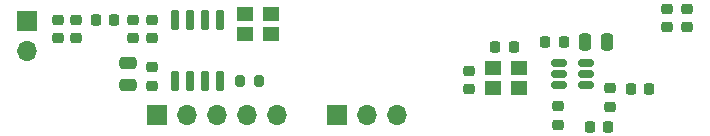
<source format=gbr>
%TF.GenerationSoftware,KiCad,Pcbnew,8.0.0-1.fc39*%
%TF.CreationDate,2024-05-22T19:24:41+02:00*%
%TF.ProjectId,radio433,72616469-6f34-4333-932e-6b696361645f,rev?*%
%TF.SameCoordinates,Original*%
%TF.FileFunction,Soldermask,Top*%
%TF.FilePolarity,Negative*%
%FSLAX46Y46*%
G04 Gerber Fmt 4.6, Leading zero omitted, Abs format (unit mm)*
G04 Created by KiCad (PCBNEW 8.0.0-1.fc39) date 2024-05-22 19:24:41*
%MOMM*%
%LPD*%
G01*
G04 APERTURE LIST*
G04 Aperture macros list*
%AMRoundRect*
0 Rectangle with rounded corners*
0 $1 Rounding radius*
0 $2 $3 $4 $5 $6 $7 $8 $9 X,Y pos of 4 corners*
0 Add a 4 corners polygon primitive as box body*
4,1,4,$2,$3,$4,$5,$6,$7,$8,$9,$2,$3,0*
0 Add four circle primitives for the rounded corners*
1,1,$1+$1,$2,$3*
1,1,$1+$1,$4,$5*
1,1,$1+$1,$6,$7*
1,1,$1+$1,$8,$9*
0 Add four rect primitives between the rounded corners*
20,1,$1+$1,$2,$3,$4,$5,0*
20,1,$1+$1,$4,$5,$6,$7,0*
20,1,$1+$1,$6,$7,$8,$9,0*
20,1,$1+$1,$8,$9,$2,$3,0*%
G04 Aperture macros list end*
%ADD10R,1.400000X1.200000*%
%ADD11R,1.700000X1.700000*%
%ADD12O,1.700000X1.700000*%
%ADD13RoundRect,0.150000X0.150000X-0.725000X0.150000X0.725000X-0.150000X0.725000X-0.150000X-0.725000X0*%
%ADD14RoundRect,0.200000X-0.200000X-0.275000X0.200000X-0.275000X0.200000X0.275000X-0.200000X0.275000X0*%
%ADD15RoundRect,0.218750X-0.256250X0.218750X-0.256250X-0.218750X0.256250X-0.218750X0.256250X0.218750X0*%
%ADD16RoundRect,0.225000X-0.250000X0.225000X-0.250000X-0.225000X0.250000X-0.225000X0.250000X0.225000X0*%
%ADD17RoundRect,0.225000X-0.225000X-0.250000X0.225000X-0.250000X0.225000X0.250000X-0.225000X0.250000X0*%
%ADD18RoundRect,0.250000X0.475000X-0.250000X0.475000X0.250000X-0.475000X0.250000X-0.475000X-0.250000X0*%
%ADD19RoundRect,0.225000X0.225000X0.250000X-0.225000X0.250000X-0.225000X-0.250000X0.225000X-0.250000X0*%
%ADD20RoundRect,0.218750X0.256250X-0.218750X0.256250X0.218750X-0.256250X0.218750X-0.256250X-0.218750X0*%
%ADD21RoundRect,0.150000X0.512500X0.150000X-0.512500X0.150000X-0.512500X-0.150000X0.512500X-0.150000X0*%
%ADD22RoundRect,0.218750X-0.218750X-0.256250X0.218750X-0.256250X0.218750X0.256250X-0.218750X0.256250X0*%
%ADD23RoundRect,0.250000X0.250000X0.475000X-0.250000X0.475000X-0.250000X-0.475000X0.250000X-0.475000X0*%
G04 APERTURE END LIST*
D10*
%TO.C,Y2*%
X218300000Y-96650000D03*
X220500000Y-96650000D03*
X220500000Y-94950000D03*
X218300000Y-94950000D03*
%TD*%
D11*
%TO.C,AE3*%
X199825000Y-95550000D03*
D12*
X199825000Y-98090000D03*
%TD*%
D13*
%TO.C,U2*%
X212360000Y-100575000D03*
X213630000Y-100575000D03*
X214900000Y-100575000D03*
X216170000Y-100575000D03*
X216170000Y-95425000D03*
X214900000Y-95425000D03*
X213630000Y-95425000D03*
X212360000Y-95425000D03*
%TD*%
D14*
%TO.C,R3*%
X217840000Y-100600000D03*
X219490000Y-100600000D03*
%TD*%
D15*
%TO.C,L4*%
X202412500Y-95412500D03*
X202412500Y-96987500D03*
%TD*%
%TO.C,L3*%
X210400000Y-95412500D03*
X210400000Y-96987500D03*
%TD*%
D11*
%TO.C,J2*%
X210820000Y-103500000D03*
D12*
X213360000Y-103500000D03*
X215900000Y-103500000D03*
X218440000Y-103500000D03*
X220980000Y-103500000D03*
%TD*%
D16*
%TO.C,C11*%
X204000000Y-95425000D03*
X204000000Y-96975000D03*
%TD*%
D17*
%TO.C,C10*%
X205650000Y-95400000D03*
X207200000Y-95400000D03*
%TD*%
D16*
%TO.C,C9*%
X208800000Y-95425000D03*
X208800000Y-96975000D03*
%TD*%
D18*
%TO.C,C8*%
X208400000Y-100950000D03*
X208400000Y-99050000D03*
%TD*%
D16*
%TO.C,C7*%
X210400000Y-99425000D03*
X210400000Y-100975000D03*
%TD*%
%TO.C,C3*%
X254000000Y-94475000D03*
X254000000Y-96025000D03*
%TD*%
D10*
%TO.C,Y3*%
X239250000Y-101200000D03*
X241450000Y-101200000D03*
X241450000Y-99500000D03*
X239250000Y-99500000D03*
%TD*%
D19*
%TO.C,C6*%
X245275000Y-97250000D03*
X243725000Y-97250000D03*
%TD*%
D17*
%TO.C,C4*%
X239475000Y-97750000D03*
X241025000Y-97750000D03*
%TD*%
D20*
%TO.C,L2*%
X255750000Y-96037500D03*
X255750000Y-94462500D03*
%TD*%
D11*
%TO.C,J1*%
X226060000Y-103500000D03*
D12*
X228600000Y-103500000D03*
X231140000Y-103500000D03*
%TD*%
D21*
%TO.C,U1*%
X247137500Y-100950000D03*
X247137500Y-100000000D03*
X247137500Y-99050000D03*
X244862500Y-99050000D03*
X244862500Y-100000000D03*
X244862500Y-100950000D03*
%TD*%
D16*
%TO.C,C5*%
X237250000Y-99725000D03*
X237250000Y-101275000D03*
%TD*%
D22*
%TO.C,R2*%
X247462500Y-104500000D03*
X249037500Y-104500000D03*
%TD*%
D20*
%TO.C,L1*%
X249212500Y-102787500D03*
X249212500Y-101212500D03*
%TD*%
D17*
%TO.C,C2*%
X250975000Y-101250000D03*
X252525000Y-101250000D03*
%TD*%
D20*
%TO.C,R1*%
X244750000Y-104287500D03*
X244750000Y-102712500D03*
%TD*%
D23*
%TO.C,C1*%
X248950000Y-97250000D03*
X247050000Y-97250000D03*
%TD*%
M02*

</source>
